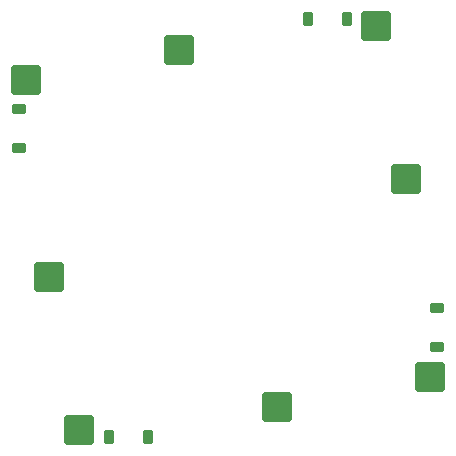
<source format=gbr>
%TF.GenerationSoftware,KiCad,Pcbnew,7.0.7*%
%TF.CreationDate,2023-09-11T19:57:54+10:00*%
%TF.ProjectId,jigsaw,6a696773-6177-42e6-9b69-6361645f7063,rev?*%
%TF.SameCoordinates,Original*%
%TF.FileFunction,Paste,Bot*%
%TF.FilePolarity,Positive*%
%FSLAX46Y46*%
G04 Gerber Fmt 4.6, Leading zero omitted, Abs format (unit mm)*
G04 Created by KiCad (PCBNEW 7.0.7) date 2023-09-11 19:57:54*
%MOMM*%
%LPD*%
G01*
G04 APERTURE LIST*
G04 Aperture macros list*
%AMRoundRect*
0 Rectangle with rounded corners*
0 $1 Rounding radius*
0 $2 $3 $4 $5 $6 $7 $8 $9 X,Y pos of 4 corners*
0 Add a 4 corners polygon primitive as box body*
4,1,4,$2,$3,$4,$5,$6,$7,$8,$9,$2,$3,0*
0 Add four circle primitives for the rounded corners*
1,1,$1+$1,$2,$3*
1,1,$1+$1,$4,$5*
1,1,$1+$1,$6,$7*
1,1,$1+$1,$8,$9*
0 Add four rect primitives between the rounded corners*
20,1,$1+$1,$2,$3,$4,$5,0*
20,1,$1+$1,$4,$5,$6,$7,0*
20,1,$1+$1,$6,$7,$8,$9,0*
20,1,$1+$1,$8,$9,$2,$3,0*%
G04 Aperture macros list end*
%ADD10RoundRect,0.250000X1.000000X-1.025000X1.000000X1.025000X-1.000000X1.025000X-1.000000X-1.025000X0*%
%ADD11RoundRect,0.250000X1.025000X1.000000X-1.025000X1.000000X-1.025000X-1.000000X1.025000X-1.000000X0*%
%ADD12RoundRect,0.250000X-1.000000X1.025000X-1.000000X-1.025000X1.000000X-1.025000X1.000000X1.025000X0*%
%ADD13RoundRect,0.250000X-1.025000X-1.000000X1.025000X-1.000000X1.025000X1.000000X-1.025000X1.000000X0*%
%ADD14RoundRect,0.225000X0.225000X0.375000X-0.225000X0.375000X-0.225000X-0.375000X0.225000X-0.375000X0*%
%ADD15RoundRect,0.225000X-0.375000X0.225000X-0.375000X-0.225000X0.375000X-0.225000X0.375000X0.225000X0*%
%ADD16RoundRect,0.225000X-0.225000X-0.375000X0.225000X-0.375000X0.225000X0.375000X-0.225000X0.375000X0*%
%ADD17RoundRect,0.225000X0.375000X-0.225000X0.375000X0.225000X-0.375000X0.225000X-0.375000X-0.225000X0*%
G04 APERTURE END LIST*
D10*
%TO.C,SW1*%
X35252238Y-61912740D03*
X32712238Y-48985740D03*
%TD*%
D11*
%TO.C,SW1*%
X64924978Y-57383502D03*
X51997978Y-59923502D03*
%TD*%
D12*
%TO.C,SW1*%
X60395740Y-27710762D03*
X62935740Y-40637762D03*
%TD*%
D13*
%TO.C,SW1*%
X30723000Y-32240000D03*
X43650000Y-29700000D03*
%TD*%
D14*
%TO.C,D1*%
X41037238Y-62510740D03*
X37737238Y-62510740D03*
%TD*%
D15*
%TO.C,D1*%
X65522978Y-51598502D03*
X65522978Y-54898502D03*
%TD*%
D16*
%TO.C,D1*%
X54610740Y-27112762D03*
X57910740Y-27112762D03*
%TD*%
D17*
%TO.C,D1*%
X30125000Y-38025000D03*
X30125000Y-34725000D03*
%TD*%
M02*

</source>
